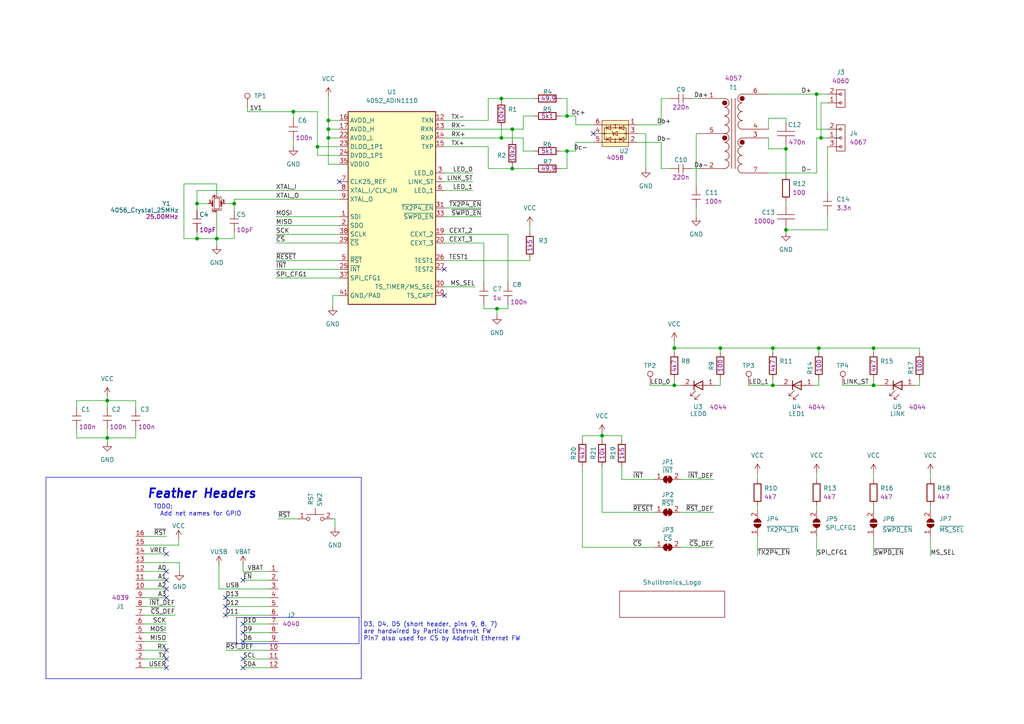
<source format=kicad_sch>
(kicad_sch (version 20230121) (generator eeschema)
  (paper "A4")
  (title_block (title "ADIN1110 FeatherWing") (date "2023-08-16") (rev "A") (company "Shulltronics"))
  (junction (at 236.855 27.305))
  (junction (at 85.09 32.385))
  (junction (at 31.115 116.205))
  (junction (at 145.415 40.005))
  (junction (at 144.145 89.535))
  (junction (at 164.465 43.815))
  (junction (at 227.965 66.675))
  (junction (at 62.865 69.215))
  (junction (at 253.365 100.965))
  (junction (at 145.415 28.575))
  (junction (at 67.945 59.055))
  (junction (at 57.15 59.055))
  (junction (at 95.25 34.925))
  (junction (at 174.625 126.365))
  (junction (at 238.125 40.005))
  (junction (at 148.59 48.895))
  (junction (at 208.915 100.965))
  (junction (at 148.59 37.465))
  (junction (at 92.075 42.545))
  (junction (at 224.155 111.76))
  (junction (at 195.58 100.965))
  (junction (at 57.15 69.215))
  (junction (at 164.465 33.655))
  (junction (at 95.25 40.005))
  (junction (at 253.365 111.76))
  (junction (at 227.965 43.18))
  (junction (at 95.25 37.465))
  (junction (at 224.155 100.965))
  (junction (at 195.58 111.76))
  (junction (at 237.49 100.965))
  (junction (at 31.115 127))
  (no_connect (at 128.905 85.725))
  (no_connect (at 48.26 170.815))
  (no_connect (at 98.425 52.705))
  (no_connect (at 65.405 178.435))
  (no_connect (at 70.485 186.055))
  (no_connect (at 172.085 38.735))
  (no_connect (at 48.26 160.655))
  (no_connect (at 70.485 191.135))
  (no_connect (at 70.485 183.515))
  (no_connect (at 48.26 168.275))
  (no_connect (at 48.26 173.355))
  (no_connect (at 48.26 165.735))
  (no_connect (at 65.405 173.355))
  (no_connect (at 48.26 193.675))
  (no_connect (at 48.26 191.135))
  (no_connect (at 70.485 168.275))
  (no_connect (at 65.405 175.895))
  (no_connect (at 48.26 188.595))
  (no_connect (at 128.905 78.105))
  (no_connect (at 70.485 193.675))
  (no_connect (at 70.485 180.975))
  (wire (pts (xy 80.01 78.105) (xy 98.425 78.105)))
  (wire (pts (xy 145.415 28.575) (xy 145.415 29.21)))
  (wire (pts (xy 191.77 41.275) (xy 191.77 48.895)))
  (wire (pts (xy 238.125 40.005) (xy 240.03 40.005)))
  (wire (pts (xy 201.93 60.325) (xy 201.93 62.865)))
  (wire (pts (xy 151.765 33.655) (xy 154.94 33.655)))
  (wire (pts (xy 71.755 31.115) (xy 71.755 32.385)))
  (wire (pts (xy 145.415 36.83) (xy 145.415 40.005)))
  (wire (pts (xy 224.155 100.965) (xy 237.49 100.965)))
  (wire (pts (xy 140.335 88.265) (xy 140.335 89.535)))
  (wire (pts (xy 39.37 127) (xy 39.37 124.46)))
  (wire (pts (xy 227.965 43.18) (xy 227.965 41.91)))
  (wire (pts (xy 52.07 163.195) (xy 52.07 165.735)))
  (wire (pts (xy 78.105 191.135) (xy 70.485 191.135)))
  (wire (pts (xy 98.425 57.785) (xy 67.945 57.785)))
  (wire (pts (xy 195.58 99.06) (xy 195.58 100.965)))
  (wire (pts (xy 41.91 175.895) (xy 50.8 175.895)))
  (wire (pts (xy 208.915 100.965) (xy 208.915 102.235)))
  (wire (pts (xy 162.56 43.815) (xy 164.465 43.815)))
  (wire (pts (xy 51.816 156.337) (xy 51.816 158.115)))
  (wire (pts (xy 184.785 36.195) (xy 191.77 36.195)))
  (wire (pts (xy 237.49 111.76) (xy 237.49 109.855)))
  (wire (pts (xy 236.855 27.305) (xy 222.885 27.305)))
  (polyline (pts (xy 13.335 138.43) (xy 104.775 138.43)))
  (wire (pts (xy 201.93 38.735) (xy 201.93 53.975)))
  (wire (pts (xy 62.865 69.215) (xy 62.865 71.12)))
  (wire (pts (xy 128.905 75.565) (xy 153.67 75.565)))
  (wire (pts (xy 48.26 180.975) (xy 41.91 180.975)))
  (wire (pts (xy 141.605 48.895) (xy 148.59 48.895)))
  (wire (pts (xy 31.115 127) (xy 22.225 127)))
  (wire (pts (xy 144.145 89.535) (xy 147.32 89.535)))
  (polyline (pts (xy 104.14 186.69) (xy 68.58 186.69)))
  (wire (pts (xy 174.625 148.59) (xy 189.865 148.59)))
  (wire (pts (xy 222.885 34.29) (xy 227.965 34.29)))
  (wire (pts (xy 222.885 40.005) (xy 222.885 43.18)))
  (wire (pts (xy 78.105 193.675) (xy 70.485 193.675)))
  (wire (pts (xy 141.605 42.545) (xy 141.605 48.895)))
  (wire (pts (xy 70.485 163.83) (xy 70.485 165.735)))
  (wire (pts (xy 253.365 155.575) (xy 253.365 161.29)))
  (wire (pts (xy 65.405 173.355) (xy 78.105 173.355)))
  (wire (pts (xy 78.105 186.055) (xy 70.485 186.055)))
  (wire (pts (xy 219.71 137.16) (xy 219.71 139.065)))
  (wire (pts (xy 144.145 89.535) (xy 144.145 91.44)))
  (wire (pts (xy 240.03 37.465) (xy 236.855 37.465)))
  (wire (pts (xy 253.365 146.685) (xy 253.365 147.955)))
  (wire (pts (xy 253.365 137.16) (xy 253.365 139.065)))
  (wire (pts (xy 96.52 85.725) (xy 98.425 85.725)))
  (wire (pts (xy 227.965 66.675) (xy 227.965 67.31)))
  (wire (pts (xy 174.625 126.365) (xy 180.34 126.365)))
  (wire (pts (xy 78.105 180.975) (xy 70.485 180.975)))
  (wire (pts (xy 240.03 42.545) (xy 240.03 55.88)))
  (wire (pts (xy 95.25 34.925) (xy 98.425 34.925)))
  (wire (pts (xy 57.15 69.215) (xy 57.15 67.31)))
  (wire (pts (xy 92.075 45.085) (xy 92.075 42.545)))
  (wire (pts (xy 85.09 32.385) (xy 92.075 32.385)))
  (wire (pts (xy 140.335 81.915) (xy 140.335 70.485)))
  (wire (pts (xy 207.645 111.76) (xy 208.915 111.76)))
  (wire (pts (xy 227.965 66.04) (xy 227.965 66.675)))
  (wire (pts (xy 31.115 116.205) (xy 22.225 116.205)))
  (polyline (pts (xy 13.335 138.43) (xy 13.335 196.85)))
  (wire (pts (xy 148.59 48.895) (xy 154.94 48.895)))
  (wire (pts (xy 219.71 146.685) (xy 219.71 147.955)))
  (wire (pts (xy 67.945 67.31) (xy 67.945 69.215)))
  (wire (pts (xy 164.465 33.655) (xy 164.465 28.575)))
  (wire (pts (xy 80.01 70.485) (xy 98.425 70.485)))
  (wire (pts (xy 41.91 160.655) (xy 48.26 160.655)))
  (wire (pts (xy 168.91 126.365) (xy 168.91 127.635)))
  (wire (pts (xy 48.26 191.135) (xy 41.91 191.135)))
  (wire (pts (xy 237.49 100.965) (xy 237.49 102.235)))
  (wire (pts (xy 31.115 128.27) (xy 31.115 127)))
  (wire (pts (xy 180.34 126.365) (xy 180.34 127.635)))
  (wire (pts (xy 96.52 150.495) (xy 97.155 150.495)))
  (wire (pts (xy 67.945 57.785) (xy 67.945 59.055)))
  (wire (pts (xy 80.01 75.565) (xy 98.425 75.565)))
  (polyline (pts (xy 104.775 196.85) (xy 13.335 196.85)))
  (wire (pts (xy 236.22 111.76) (xy 237.49 111.76)))
  (wire (pts (xy 195.58 109.855) (xy 195.58 111.76)))
  (wire (pts (xy 217.17 111.76) (xy 224.155 111.76)))
  (wire (pts (xy 95.25 47.625) (xy 95.25 40.005)))
  (wire (pts (xy 236.855 146.685) (xy 236.855 147.955)))
  (wire (pts (xy 80.01 67.945) (xy 98.425 67.945)))
  (wire (pts (xy 140.335 89.535) (xy 144.145 89.535)))
  (wire (pts (xy 65.405 188.595) (xy 78.105 188.595)))
  (wire (pts (xy 31.115 124.46) (xy 31.115 127)))
  (polyline (pts (xy 104.14 179.07) (xy 104.14 186.69)))
  (wire (pts (xy 97.155 150.495) (xy 97.155 153.035)))
  (wire (pts (xy 265.43 111.76) (xy 266.7 111.76)))
  (wire (pts (xy 48.26 155.575) (xy 41.91 155.575)))
  (wire (pts (xy 187.325 38.735) (xy 187.325 48.895)))
  (wire (pts (xy 164.465 28.575) (xy 162.56 28.575)))
  (wire (pts (xy 92.075 42.545) (xy 92.075 32.385)))
  (wire (pts (xy 224.155 109.855) (xy 224.155 111.76)))
  (wire (pts (xy 147.32 89.535) (xy 147.32 88.265)))
  (wire (pts (xy 236.855 155.575) (xy 236.855 161.29)))
  (wire (pts (xy 191.77 28.575) (xy 194.31 28.575)))
  (wire (pts (xy 200.66 28.575) (xy 202.565 28.575)))
  (wire (pts (xy 63.5 170.815) (xy 78.105 170.815)))
  (wire (pts (xy 78.105 183.515) (xy 70.485 183.515)))
  (wire (pts (xy 53.34 69.215) (xy 53.34 53.34)))
  (wire (pts (xy 266.7 111.76) (xy 266.7 109.855)))
  (wire (pts (xy 31.115 114.935) (xy 31.115 116.205)))
  (wire (pts (xy 41.91 158.115) (xy 51.816 158.115)))
  (wire (pts (xy 128.905 60.325) (xy 139.7 60.325)))
  (wire (pts (xy 41.91 178.435) (xy 50.8 178.435)))
  (wire (pts (xy 222.885 50.165) (xy 236.855 50.165)))
  (wire (pts (xy 57.15 59.055) (xy 60.325 59.055)))
  (wire (pts (xy 266.7 100.965) (xy 266.7 102.235)))
  (wire (pts (xy 167.005 36.195) (xy 172.085 36.195)))
  (wire (pts (xy 195.58 111.76) (xy 197.485 111.76)))
  (wire (pts (xy 269.875 155.575) (xy 269.875 161.29)))
  (wire (pts (xy 145.415 28.575) (xy 141.605 28.575)))
  (wire (pts (xy 70.485 165.735) (xy 78.105 165.735)))
  (wire (pts (xy 224.155 111.76) (xy 226.06 111.76)))
  (wire (pts (xy 96.52 88.9) (xy 96.52 85.725)))
  (wire (pts (xy 191.77 48.895) (xy 194.31 48.895)))
  (wire (pts (xy 128.905 42.545) (xy 141.605 42.545)))
  (wire (pts (xy 151.765 33.655) (xy 151.765 37.465)))
  (wire (pts (xy 167.005 33.655) (xy 164.465 33.655)))
  (wire (pts (xy 41.91 193.675) (xy 48.26 193.675)))
  (wire (pts (xy 253.365 111.76) (xy 255.27 111.76)))
  (wire (pts (xy 57.15 59.055) (xy 57.15 55.245)))
  (wire (pts (xy 128.905 50.165) (xy 137.16 50.165)))
  (wire (pts (xy 197.485 158.75) (xy 207.01 158.75)))
  (wire (pts (xy 128.905 37.465) (xy 148.59 37.465)))
  (wire (pts (xy 145.415 40.005) (xy 151.765 40.005)))
  (wire (pts (xy 80.01 65.405) (xy 98.425 65.405)))
  (wire (pts (xy 148.59 40.64) (xy 148.59 37.465)))
  (wire (pts (xy 236.855 27.305) (xy 240.03 27.305)))
  (wire (pts (xy 95.25 37.465) (xy 95.25 40.005)))
  (wire (pts (xy 269.875 146.685) (xy 269.875 147.955)))
  (wire (pts (xy 236.855 50.165) (xy 236.855 40.005)))
  (wire (pts (xy 85.09 40.64) (xy 85.09 42.545)))
  (wire (pts (xy 174.625 126.365) (xy 168.91 126.365)))
  (wire (pts (xy 174.625 126.365) (xy 174.625 127.635)))
  (wire (pts (xy 67.945 59.055) (xy 67.945 60.96)))
  (wire (pts (xy 65.405 59.055) (xy 67.945 59.055)))
  (wire (pts (xy 227.965 43.18) (xy 227.965 50.8)))
  (wire (pts (xy 208.915 100.965) (xy 224.155 100.965)))
  (wire (pts (xy 62.865 69.215) (xy 57.15 69.215)))
  (wire (pts (xy 153.67 65.405) (xy 153.67 67.31)))
  (wire (pts (xy 48.26 186.055) (xy 41.91 186.055)))
  (wire (pts (xy 48.26 183.515) (xy 41.91 183.515)))
  (wire (pts (xy 253.365 100.965) (xy 266.7 100.965)))
  (wire (pts (xy 180.34 135.255) (xy 180.34 139.065)))
  (wire (pts (xy 188.595 111.76) (xy 195.58 111.76)))
  (wire (pts (xy 22.225 116.205) (xy 22.225 118.11)))
  (wire (pts (xy 39.37 118.11) (xy 39.37 116.205)))
  (wire (pts (xy 224.155 102.235) (xy 224.155 100.965)))
  (wire (pts (xy 53.34 53.34) (xy 62.865 53.34)))
  (wire (pts (xy 167.005 36.195) (xy 167.005 33.655)))
  (wire (pts (xy 57.15 69.215) (xy 53.34 69.215)))
  (wire (pts (xy 41.91 163.195) (xy 52.07 163.195)))
  (wire (pts (xy 222.885 43.18) (xy 227.965 43.18)))
  (wire (pts (xy 168.91 158.75) (xy 189.865 158.75)))
  (wire (pts (xy 236.855 137.16) (xy 236.855 139.065)))
  (wire (pts (xy 140.335 70.485) (xy 128.905 70.485)))
  (wire (pts (xy 227.965 34.29) (xy 227.965 35.56)))
  (wire (pts (xy 48.26 173.355) (xy 41.91 173.355)))
  (wire (pts (xy 269.875 137.16) (xy 269.875 139.065)))
  (wire (pts (xy 128.905 67.945) (xy 147.32 67.945)))
  (wire (pts (xy 227.965 66.675) (xy 240.03 66.675)))
  (wire (pts (xy 128.905 83.185) (xy 137.795 83.185)))
  (polyline (pts (xy 68.58 179.07) (xy 68.58 186.69)))
  (wire (pts (xy 148.59 37.465) (xy 151.765 37.465)))
  (wire (pts (xy 80.01 80.645) (xy 98.425 80.645)))
  (wire (pts (xy 63.5 163.83) (xy 63.5 170.815)))
  (wire (pts (xy 22.225 127) (xy 22.225 124.46)))
  (wire (pts (xy 48.26 165.735) (xy 41.91 165.735)))
  (wire (pts (xy 92.075 42.545) (xy 98.425 42.545)))
  (wire (pts (xy 128.905 55.245) (xy 137.16 55.245)))
  (wire (pts (xy 65.405 175.895) (xy 78.105 175.895)))
  (wire (pts (xy 222.885 34.29) (xy 222.885 37.465)))
  (wire (pts (xy 48.26 170.815) (xy 41.91 170.815)))
  (wire (pts (xy 167.005 41.275) (xy 172.085 41.275)))
  (wire (pts (xy 98.425 37.465) (xy 95.25 37.465)))
  (wire (pts (xy 197.485 148.59) (xy 207.01 148.59)))
  (wire (pts (xy 95.25 34.925) (xy 95.25 27.94)))
  (wire (pts (xy 98.425 47.625) (xy 95.25 47.625)))
  (wire (pts (xy 148.59 48.26) (xy 148.59 48.895)))
  (wire (pts (xy 31.115 127) (xy 39.37 127)))
  (wire (pts (xy 151.765 40.005) (xy 151.765 43.815)))
  (wire (pts (xy 237.49 100.965) (xy 253.365 100.965)))
  (wire (pts (xy 147.32 67.945) (xy 147.32 81.915)))
  (wire (pts (xy 154.94 28.575) (xy 145.415 28.575)))
  (wire (pts (xy 236.855 27.305) (xy 236.855 37.465)))
  (wire (pts (xy 98.425 45.085) (xy 92.075 45.085)))
  (wire (pts (xy 80.645 150.495) (xy 86.36 150.495)))
  (wire (pts (xy 167.005 43.815) (xy 167.005 41.275)))
  (wire (pts (xy 200.66 48.895) (xy 202.565 48.895)))
  (wire (pts (xy 168.91 135.255) (xy 168.91 158.75)))
  (wire (pts (xy 187.325 38.735) (xy 184.785 38.735)))
  (wire (pts (xy 253.365 102.235) (xy 253.365 100.965)))
  (wire (pts (xy 128.905 52.705) (xy 137.16 52.705)))
  (wire (pts (xy 240.03 29.845) (xy 238.125 29.845)))
  (wire (pts (xy 48.26 168.275) (xy 41.91 168.275)))
  (wire (pts (xy 227.965 58.42) (xy 227.965 59.69)))
  (wire (pts (xy 253.365 109.855) (xy 253.365 111.76)))
  (wire (pts (xy 62.865 61.595) (xy 62.865 69.215)))
  (wire (pts (xy 195.58 102.235) (xy 195.58 100.965)))
  (wire (pts (xy 197.485 139.065) (xy 207.01 139.065)))
  (wire (pts (xy 162.56 33.655) (xy 164.465 33.655)))
  (wire (pts (xy 71.755 32.385) (xy 85.09 32.385)))
  (polyline (pts (xy 104.775 138.43) (xy 104.775 196.85)))
  (wire (pts (xy 62.865 53.34) (xy 62.865 56.515)))
  (wire (pts (xy 80.01 62.865) (xy 98.425 62.865)))
  (wire (pts (xy 65.405 178.435) (xy 78.105 178.435)))
  (wire (pts (xy 98.425 40.005) (xy 95.25 40.005)))
  (wire (pts (xy 57.15 60.96) (xy 57.15 59.055)))
  (wire (pts (xy 236.855 40.005) (xy 238.125 40.005)))
  (wire (pts (xy 184.785 41.275) (xy 191.77 41.275)))
  (wire (pts (xy 141.605 28.575) (xy 141.605 34.925)))
  (wire (pts (xy 219.71 155.575) (xy 219.71 161.29)))
  (wire (pts (xy 208.915 111.76) (xy 208.915 109.855)))
  (wire (pts (xy 238.125 29.845) (xy 238.125 40.005)))
  (wire (pts (xy 67.945 69.215) (xy 62.865 69.215)))
  (wire (pts (xy 174.625 135.255) (xy 174.625 148.59)))
  (wire (pts (xy 128.905 62.865) (xy 139.7 62.865)))
  (wire (pts (xy 162.56 48.895) (xy 164.465 48.895)))
  (wire (pts (xy 240.03 62.23) (xy 240.03 66.675)))
  (wire (pts (xy 128.905 40.005) (xy 145.415 40.005)))
  (wire (pts (xy 244.475 111.76) (xy 253.365 111.76)))
  (wire (pts (xy 191.77 36.195) (xy 191.77 28.575)))
  (wire (pts (xy 95.25 34.925) (xy 95.25 37.465)))
  (wire (pts (xy 31.115 116.205) (xy 31.115 118.11)))
  (wire (pts (xy 128.905 34.925) (xy 141.605 34.925)))
  (wire (pts (xy 39.37 116.205) (xy 31.115 116.205)))
  (wire (pts (xy 180.34 139.065) (xy 189.865 139.065)))
  (wire (pts (xy 154.94 43.815) (xy 151.765 43.815)))
  (wire (pts (xy 48.26 188.595) (xy 41.91 188.595)))
  (wire (pts (xy 174.625 125.73) (xy 174.625 126.365)))
  (wire (pts (xy 195.58 100.965) (xy 208.915 100.965)))
  (wire (pts (xy 164.465 43.815) (xy 164.465 48.895)))
  (polyline (pts (xy 68.58 179.07) (xy 104.14 179.07)))
  (wire (pts (xy 153.67 74.93) (xy 153.67 75.565)))
  (wire (pts (xy 85.09 32.385) (xy 85.09 34.29)))
  (wire (pts (xy 164.465 43.815) (xy 167.005 43.815)))
  (wire (pts (xy 202.565 38.735) (xy 201.93 38.735)))
  (wire (pts (xy 57.15 55.245) (xy 98.425 55.245)))
  (wire (pts (xy 78.105 168.275) (xy 70.485 168.275)))
  (text "TODO:\n  Add net names for GPIO" (at 44.45 149.86 0) (effects (font (size 1.27 1.27)) (justify left bottom)))
  (text "Feather Headers" (at 42.545 144.78 0) (effects (font (size 2.54 2.54) bold italic) (justify left bottom)))
  (text "D3, D4, D5 (short header, pins 9, 8, 7)\nare hardwired by Particle Ethernet FW\nPin7 also used for CS by Adafruit Ethernet FW" (at 105.41 186.055 0) (effects (font (size 1.27 1.27)) (justify left bottom)))
  (label "MISO" (at 80.01 65.405 0))
  (label "LINK_ST" (at 137.16 52.705 180))
  (label "LED_1" (at 137.16 55.245 180))
  (label "MS_SEL" (at 269.875 161.29 0))
  (label "TX-" (at 130.81 34.925 0))
  (label "~{INT}_DEF" (at 50.8 175.895 180))
  (label "MOSI" (at 48.26 183.515 180))
  (label "SDA" (at 70.485 193.675 0))
  (label "Db+" (at 190.5 36.195 0))
  (label "LED_0" (at 137.16 50.165 180))
  (label "SCL" (at 70.485 191.135 0))
  (label "~{SWPD_EN}" (at 253.365 161.29 0))
  (label "CEXT_3" (at 130.175 70.485 0))
  (label "~{INT}" (at 80.01 78.105 0))
  (label "1V1" (at 72.39 32.385 0))
  (label "~{INT}" (at 183.515 139.065 0))
  (label "MISO" (at 48.26 186.055 180))
  (label "VREF" (at 48.26 160.655 180))
  (label "RX" (at 48.26 188.595 180))
  (label "~{RESET}" (at 80.01 75.565 0))
  (label "~{CS}" (at 183.515 158.75 0))
  (label "~{INT}_DEF" (at 207.01 139.065 180))
  (label "D12" (at 65.405 175.895 0))
  (label "~{CS}_DEF" (at 207.01 158.75 180))
  (label "~{RST}_DEF" (at 207.01 148.59 180))
  (label "Db-" (at 190.5 41.275 0))
  (label "~{CS}" (at 80.01 70.485 0))
  (label "~{CS}_DEF" (at 50.8 178.435 180))
  (label "D6" (at 70.485 186.055 0))
  (label "TX" (at 48.26 191.135 180))
  (label "SPI_CFG1" (at 80.01 80.645 0))
  (label "Dc-" (at 166.37 43.815 0))
  (label "A2" (at 48.26 170.815 180))
  (label "USB" (at 65.405 170.815 0))
  (label "CEXT_2" (at 130.175 67.945 0))
  (label "~{TX2P4_EN}" (at 139.7 60.325 180))
  (label "~{RST}" (at 48.26 155.575 180))
  (label "LED_1" (at 217.17 111.76 0))
  (label "LED_0" (at 188.595 111.76 0))
  (label "USER" (at 48.26 193.675 180))
  (label "SPI_CFG1" (at 236.855 161.29 0))
  (label "~{RST}" (at 80.645 150.495 0))
  (label "D9" (at 70.485 183.515 0))
  (label "~{RESET}" (at 183.515 148.59 0))
  (label "D13" (at 65.405 173.355 0))
  (label "RX-" (at 130.81 37.465 0))
  (label "~{TX2P4_EN}" (at 219.71 161.29 0))
  (label "Dc+" (at 165.735 33.655 0))
  (label "A3" (at 48.26 173.355 180))
  (label "RX+" (at 130.81 40.005 0))
  (label "VBAT" (at 71.755 165.735 0))
  (label "MS_SEL" (at 137.795 83.185 180))
  (label "XTAL_I" (at 80.01 55.245 0))
  (label "A1" (at 48.26 168.275 180))
  (label "D+" (at 232.41 27.305 0))
  (label "A0" (at 48.26 165.735 180))
  (label "D11" (at 65.405 178.435 0))
  (label "D10" (at 70.485 180.975 0))
  (label "Da-" (at 201.295 48.895 0))
  (label "~{RST}_DEF" (at 65.405 188.595 0))
  (label "Da+" (at 201.295 28.575 0))
  (label "~{EN}" (at 70.485 168.275 0))
  (label "TX+" (at 130.81 42.545 0))
  (label "TEST1" (at 130.175 75.565 0))
  (label "SCK" (at 48.26 180.975 180))
  (label "XTAL_O" (at 80.01 57.785 0))
  (label "~{SWPD_EN}" (at 139.7 62.865 180))
  (label "SCK" (at 80.01 67.945 0))
  (label "MOSI" (at 80.01 62.865 0))
  (label "D-" (at 232.41 50.165 0))
  (label "LINK_ST" (at 244.475 111.76 0))
  (symbol (lib_id "Shulltronics_Passives:SolderJumper_2_Open") (at 236.855 151.765 90) (unit 1)
    (property "Reference" "JP5" (at 239.395 150.4949 90) (effects (justify right)))
    (property "Value" "SPI_CFG1" (at 239.395 153.0349 90) (effects (justify right)))
    (property "Footprint" "Jumper:SolderJumper-2_P1.3mm_Open_TrianglePad1.0x1.5mm" (effects hide))
  )
  (symbol (lib_id "Shulltronics_Sch_Symbols:VCC") (at 51.816 156.337 0) (unit 1) (in_bom no)
    (property "Reference" "#PWR03" (effects hide))
    (property "Value" "VCC" (at 51.816 152.527 0))
  )
  (symbol (lib_id "Shulltronics_Passives:SolderJumper_2_Open") (at 219.71 151.765 90) (unit 1)
    (property "Reference" "JP4" (at 222.25 150.4949 90) (effects (justify right)))
    (property "Value" "~{TX2P4_EN}" (at 222.25 153.6699 90) (effects (justify right)))
    (property "Footprint" "Jumper:SolderJumper-2_P1.3mm_Open_TrianglePad1.0x1.5mm" (effects hide))
  )
  (symbol (lib_id "Shulltronics_Passives:4063_Capacitor_100n_50V_0402") (at 201.93 56.515 90) (unit 1)
    (property "Reference" "C11" (at 204.47 55.8799 90) (effects (justify right)))
    (property "Value" "4063_Capacitor_100n_50V_0402" (effects hide))
    (property "Footprint" "Shulltronics_Generics:C_0402_HandSolder" (effects hide))
    (property "Datasheet" "https://media.digikey.com/pdf/Data%20Sheets/Samsung%20PDFs/CL05A104KA5NNNC.pdf" (effects hide))
    (property "SPN" "4063" (effects hide))
    (property "Val" "100n" (at 204.47 58.4199 90) (effects (justify right)))
  )
  (symbol (lib_id "Shulltronics_Passives:4038_Resistor_SMD_100_0.125W_1%") (at 208.915 106.045 180) (unit 1)
    (property "Reference" "R9" (at 206.375 104.775 90) (effects (justify left)))
    (property "Value" "4038_Resistor_SMD_100_0.125W_1%" (effects hide))
    (property "Footprint" "Shulltronics_Generics:RES-0402" (effects hide))
    (property "Datasheet" "https://www.te.com/commerce/DocumentDelivery/DDEController?Action=srchrtrv&DocNm=9-1773463-9&DocType=DS&DocLang=English" (effects hide))
    (property "SPN" "4038" (effects hide))
    (property "Val" "100" (at 208.915 104.14 90) (effects (justify left)))
  )
  (symbol (lib_id "Shulltronics_Sch_Symbols:GND") (at 144.145 91.44 0) (unit 1)
    (property "Reference" "#PWR011" (effects hide))
    (property "Value" "GND" (at 144.145 96.52 0))
  )
  (symbol (lib_id "Shulltronics_Sch_Symbols:GND") (at 31.115 128.27 0) (unit 1)
    (property "Reference" "#PWR02" (effects hide))
    (property "Value" "GND" (at 31.115 133.35 0))
  )
  (symbol (lib_id "Shulltronics_Sch_Symbols:VCC") (at 31.115 114.935 0) (unit 1) (in_bom no)
    (property "Reference" "#PWR01" (effects hide))
    (property "Value" "VCC" (at 31.115 109.855 0))
  )
  (symbol (lib_id "Shulltronics_Passives:4062_Capacitor_1nF_2kV_1206") (at 227.965 62.23 90) (unit 1)
    (property "Reference" "C13" (at 224.79 61.5949 90) (effects (justify left)))
    (property "Value" "4062_Capacitor_1nF_2kV_1206" (effects hide))
    (property "Footprint" "Capacitor_SMD:C_1206_3216Metric_Pad1.33x1.80mm_HandSolder" (effects hide))
    (property "Datasheet" "https://datasheets.kyocera-avx.com/HVKGM.pdf" (effects hide))
    (property "SPN" "4062" (effects hide))
    (property "Val" "1000p" (at 224.79 64.1349 90) (effects (justify left)))
  )
  (symbol (lib_id "Shulltronics_Passives:4064_Resistor_SMD_4k7_0.10W_1%") (at 195.58 106.045 0) (unit 1)
    (property "Reference" "R8" (at 197.485 104.7749 0) (effects (justify left)))
    (property "Value" "4064_Resistor_SMD_4k7_0.10W_1%" (effects hide))
    (property "Footprint" "Shulltronics_Generics:RES-0402" (effects hide))
    (property "Datasheet" "https://industrial.panasonic.com/cdbs/www-data/pdf/RDA0000/AOA0000C304.pdf" (effects hide))
    (property "SPN" "4064" (effects hide))
    (property "Val" "4k7" (at 195.58 107.95 90) (effects (justify left)))
  )
  (symbol (lib_id "Shulltronics_Opto:4044_LED_RED_SMD") (at 231.14 111.76 180) (unit 1)
    (property "Reference" "U4" (at 232.41 117.9829 0) (effects (justify left)))
    (property "Value" "LED1" (at 231.14 120.015 0))
    (property "Footprint" "Shulltronics_Generics:LED_0402" (effects hide))
    (property "Datasheet" "https://docs.broadcom.com/doc/AV02-0602EN" (effects hide))
    (property "SPN" "4044" (at 239.395 118.11 0) (effects (justify left)))
  )
  (symbol (lib_id "Shulltronics_Passives:4013_Capacitor_1u_16V_0402") (at 140.335 84.455 90) (unit 1)
    (property "Reference" "C7" (at 142.875 83.8199 90) (effects (justify right)))
    (property "Value" "4013_Capacitor_1u_16V_0402" (effects hide))
    (property "Footprint" "Shulltronics_Generics:C_0402_HandSolder" (effects hide))
    (property "Datasheet" "https://media.digikey.com/pdf/Data%20Sheets/Samsung%20PDFs/CL05A104KA5NNNC.pdf" (effects hide))
    (property "SPN" "4013" (effects hide))
    (property "Val" "1u" (at 142.875 86.3599 90) (effects (justify right)))
  )
  (symbol (lib_id "Shulltronics_Passives:4065_Resistor_SMD_1k5_0.10W_1%") (at 180.34 131.445 0) (unit 1)
    (property "Reference" "R19" (at 177.8 133.35 90) (effects (justify left)))
    (property "Value" "4065_Resistor_SMD_1k5_0.10W_1%" (effects hide))
    (property "Footprint" "Shulltronics_Generics:RES-0402" (effects hide))
    (property "Datasheet" "https://industrial.panasonic.com/cdbs/www-data/pdf/RDA0000/AOA0000C304.pdf" (effects hide))
    (property "SPN" "4065" (effects hide))
    (property "Val" "1k5" (at 180.34 133.35 90) (effects (justify left)))
  )
  (symbol (lib_id "Shulltronics_Passives:4038_Resistor_SMD_100_0.125W_1%") (at 237.49 106.045 180) (unit 1)
    (property "Reference" "R14" (at 234.95 104.775 90) (effects (justify left)))
    (property "Value" "4038_Resistor_SMD_100_0.125W_1%" (effects hide))
    (property "Footprint" "Shulltronics_Generics:RES-0402" (effects hide))
    (property "Datasheet" "https://www.te.com/commerce/DocumentDelivery/DDEController?Action=srchrtrv&DocNm=9-1773463-9&DocType=DS&DocLang=English" (effects hide))
    (property "SPN" "4038" (effects hide))
    (property "Val" "100" (at 237.49 104.14 90) (effects (justify left)))
  )
  (symbol (lib_id "Shulltronics_Passives:3089_Capacitor_100n_16V_0402") (at 39.37 120.65 90) (unit 1)
    (property "Reference" "C3" (at 40.64 118.745 90) (effects (justify right)))
    (property "Value" "3089_Capacitor_100n_16V_0402" (effects hide))
    (property "Footprint" "Shulltronics_Generics:C_0402_HandSolder" (effects hide))
    (property "Datasheet" "https://media.digikey.com/pdf/Data%20Sheets/Samsung%20PDFs/CL05A104KA5NNNC.pdf" (effects hide))
    (property "SPN" "3089" (effects hide))
    (property "Val" "100n" (at 40.005 123.825 90) (effects (justify right)))
  )
  (symbol (lib_id "Shulltronics_Passives:4064_Resistor_SMD_4k7_0.10W_1%") (at 168.91 131.445 180) (unit 1)
    (property "Reference" "R20" (at 166.37 129.54 90) (effects (justify left)))
    (property "Value" "4064_Resistor_SMD_4k7_0.10W_1%" (effects hide))
    (property "Footprint" "Shulltronics_Generics:RES-0402" (effects hide))
    (property "Datasheet" "https://industrial.panasonic.com/cdbs/www-data/pdf/RDA0000/AOA0000C304.pdf" (effects hide))
    (property "SPN" "4064" (effects hide))
    (property "Val" "4k7" (at 168.91 129.54 90) (effects (justify left)))
  )
  (symbol (lib_id "Shulltronics_ICs:4052_ADIN1110") (at 113.665 60.325 0) (unit 1)
    (property "Reference" "U1" (at 113.665 26.67 0))
    (property "Value" "4052_ADIN1110" (at 113.665 29.21 0))
    (property "Footprint" "Shulltronics_Integrated_Circuits:4052_ADIN1110_40QFN" (effects hide))
    (property "Datasheet" "https://www.analog.com/media/en/technical-documentation/data-sheets/adin1110.pdf" (effects hide))
  )
  (symbol (lib_id "Shulltronics_Passives:4066_Resistor_SMD_10k2_0.1W_1%_0603") (at 148.59 44.45 0) (unit 1)
    (property "Reference" "R2" (at 144.145 45.085 0) (effects (justify left)))
    (property "Value" "4066_Resistor_SMD_10k2_0.1W_1%_0603" (effects hide))
    (property "Footprint" "Resistor_SMD:R_0603_1608Metric_Pad0.98x0.95mm_HandSolder" (effects hide))
    (property "Datasheet" "https://www.yageo.com/upload/media/product/productsearch/datasheet/rchip/PYu-RC_Group_51_RoHS_L_12.pdf" (effects hide))
    (property "SPN" "4066" (effects hide))
    (property "Val" "10k2" (at 148.59 46.99 90) (effects (justify left)))
  )
  (symbol (lib_id "Shulltronics_Sch_Symbols:GND") (at 97.155 153.035 0) (unit 1)
    (property "Reference" "#PWR021" (effects hide))
    (property "Value" "GND" (at 97.155 158.115 0))
  )
  (symbol (lib_id "Shulltronics_Sch_Symbols:TestPoint") (at 244.475 111.76 0) (unit 1)
    (property "Reference" "TP4" (at 242.57 106.045 0) (effects (justify left)))
    (property "Value" "LINK" (effects hide))
    (property "Footprint" "Shulltronics_Generics:TestPoint_Pad_D2.0mm" (effects hide))
  )
  (symbol (lib_id "Shulltronics_Opto:4044_LED_RED_SMD") (at 260.35 111.76 180) (unit 1)
    (property "Reference" "U5" (at 261.62 117.9829 0) (effects (justify left)))
    (property "Value" "LINK" (at 260.35 120.015 0))
    (property "Footprint" "Shulltronics_Generics:LED_0402" (effects hide))
    (property "Datasheet" "https://docs.broadcom.com/doc/AV02-0602EN" (effects hide))
    (property "SPN" "4044" (at 268.605 118.11 0) (effects (justify left)))
  )
  (symbol (lib_id "Shulltronics_Sch_Symbols:VCC") (at 219.71 137.16 0) (unit 1) (in_bom no)
    (property "Reference" "#PWR016" (effects hide))
    (property "Value" "VCC" (at 219.71 132.08 0))
  )
  (symbol (lib_id "Shulltronics_Passives:4055_Capacitor_10pF_50V_0402") (at 67.945 63.5 90) (unit 1)
    (property "Reference" "C5" (at 68.58 62.23 90) (effects (justify right)))
    (property "Value" "4055_Capacitor_10pF_50V_0402" (effects hide))
    (property "Footprint" "Shulltronics_Generics:C_0402_HandSolder" (effects hide))
    (property "Datasheet" "https://media.digikey.com/pdf/Data%20Sheets/Samsung%20PDFs/CL05C100CB5NNNC_Spec.pdf" (effects hide))
    (property "SPN" "4055" (effects hide))
    (property "Val" "10pF" (at 68.58 66.675 90) (effects (justify right)))
  )
  (symbol (lib_id "Shulltronics_Sch_Symbols:GND") (at 201.93 62.865 0) (unit 1)
    (property "Reference" "#PWR015" (effects hide))
    (property "Value" "GND" (at 201.93 67.945 0))
  )
  (symbol (lib_id "Shulltronics_Sch_Symbols:VCC") (at 269.875 137.16 0) (unit 1) (in_bom no)
    (property "Reference" "#PWR020" (effects hide))
    (property "Value" "VCC" (at 269.875 132.08 0))
  )
  (symbol (lib_id "Shulltronics_ElectroMechanical:4012_PushButton_NO_SMD") (at 91.44 150.495 0) (unit 1)
    (property "Reference" "SW2" (at 92.71 142.875 90) (effects (justify right)))
    (property "Value" "RST" (at 90.17 142.875 90) (effects (justify right)))
    (property "Footprint" "Shulltronics_ElectroMechanical:4012_PushButton_NO_SMD" (effects hide))
    (property "Datasheet" "https://www.we-online.com/catalog/datasheet/434133025816.pdf" (effects hide))
    (property "SPN" "4012" (effects hide))
  )
  (symbol (lib_id "Shulltronics_Passives:4055_Capacitor_10pF_50V_0402") (at 57.15 63.5 90) (unit 1)
    (property "Reference" "C4" (at 57.785 62.23 90) (effects (justify right)))
    (property "Value" "4055_Capacitor_10pF_50V_0402" (effects hide))
    (property "Footprint" "Shulltronics_Generics:C_0402_HandSolder" (effects hide))
    (property "Datasheet" "https://media.digikey.com/pdf/Data%20Sheets/Samsung%20PDFs/CL05C100CB5NNNC_Spec.pdf" (effects hide))
    (property "SPN" "4055" (effects hide))
    (property "Val" "10pF" (at 57.785 66.675 90) (effects (justify right)))
  )
  (symbol (lib_id "Shulltronics_Passives:3089_Capacitor_100n_16V_0402") (at 147.32 84.455 90) (unit 1)
    (property "Reference" "C8" (at 148.59 82.55 90) (effects (justify right)))
    (property "Value" "3089_Capacitor_100n_16V_0402" (effects hide))
    (property "Footprint" "Shulltronics_Generics:C_0402_HandSolder" (effects hide))
    (property "Datasheet" "https://media.digikey.com/pdf/Data%20Sheets/Samsung%20PDFs/CL05A104KA5NNNC.pdf" (effects hide))
    (property "SPN" "3089" (effects hide))
    (property "Val" "100n" (at 147.955 87.63 90) (effects (justify right)))
  )
  (symbol (lib_id "Shulltronics_Sch_Symbols:VCC") (at 95.25 27.94 0) (unit 1) (in_bom no)
    (property "Reference" "#PWR09" (effects hide))
    (property "Value" "VCC" (at 95.25 22.86 0))
  )
  (symbol (lib_id "Shulltronics_Passives:4069_Capacitor_3.3n_50V_0402") (at 240.03 58.42 90) (unit 1)
    (property "Reference" "C14" (at 242.57 57.785 90) (effects (justify right)))
    (property "Value" "4069_Capacitor_3.3n_50V_0402" (effects hide))
    (property "Footprint" "Shulltronics_Generics:C_0402_HandSolder" (effects hide))
    (property "Datasheet" "https://media.digikey.com/pdf/Data%20Sheets/Samsung%20PDFs/CL05A104KA5NNNC.pdf" (effects hide))
    (property "SPN" "4069" (effects hide))
    (property "Val" "3.3n" (at 242.57 60.325 90) (effects (justify right)))
  )
  (symbol (lib_id "Shulltronics_Sch_Symbols:TestPoint") (at 217.17 111.76 0) (unit 1)
    (property "Reference" "TP3" (at 215.265 106.045 0) (effects (justify left)))
    (property "Value" "LED1" (effects hide))
    (property "Footprint" "Shulltronics_Generics:TestPoint_Pad_D2.0mm" (effects hide))
  )
  (symbol (lib_id "Shulltronics_Passives:4064_Resistor_SMD_4k7_0.10W_1%") (at 219.71 142.875 0) (unit 1)
    (property "Reference" "R10" (at 221.615 141.6049 0) (effects (justify left)))
    (property "Value" "4064_Resistor_SMD_4k7_0.10W_1%" (effects hide))
    (property "Footprint" "Shulltronics_Generics:RES-0402" (effects hide))
    (property "Datasheet" "https://industrial.panasonic.com/cdbs/www-data/pdf/RDA0000/AOA0000C304.pdf" (effects hide))
    (property "SPN" "4064" (effects hide))
    (property "Val" "4k7" (at 221.615 144.1449 0) (effects (justify left)))
  )
  (symbol (lib_id "Shulltronics_Opto:4044_LED_RED_SMD") (at 202.565 111.76 180) (unit 1)
    (property "Reference" "U3" (at 203.835 117.9829 0) (effects (justify left)))
    (property "Value" "LED0" (at 202.565 120.015 0))
    (property "Footprint" "Shulltronics_Generics:LED_0402" (effects hide))
    (property "Datasheet" "https://docs.broadcom.com/doc/AV02-0602EN" (effects hide))
    (property "SPN" "4044" (at 210.82 118.11 0) (effects (justify left)))
  )
  (symbol (lib_id "Shulltronics_Sch_Symbols:Shulltronics_Logo") (at 194.945 175.26 0) (unit 1) (in_bom no)
    (property "Reference" "L1" (effects hide))
    (property "Value" "Shulltronics_Logo" (at 194.945 168.91 0))
    (property "Footprint" "Shulltronics_Generics:Shulltronics_Logo" (effects hide))
  )
  (symbol (lib_id "Shulltronics_Sch_Symbols:VBAT") (at 70.485 163.83 0) (unit 1) (in_bom no)
    (property "Reference" "#PWR07" (effects hide))
    (property "Value" "VBAT" (at 70.485 160.02 0))
  )
  (symbol (lib_id "Shulltronics_Passives:4064_Resistor_SMD_4k7_0.10W_1%") (at 269.875 142.875 0) (unit 1)
    (property "Reference" "R18" (at 271.78 141.6049 0) (effects (justify left)))
    (property "Value" "4064_Resistor_SMD_4k7_0.10W_1%" (effects hide))
    (property "Footprint" "Shulltronics_Generics:RES-0402" (effects hide))
    (property "Datasheet" "https://industrial.panasonic.com/cdbs/www-data/pdf/RDA0000/AOA0000C304.pdf" (effects hide))
    (property "SPN" "4064" (effects hide))
    (property "Val" "4k7" (at 271.78 144.1449 0) (effects (justify left)))
  )
  (symbol (lib_id "Shulltronics_Sch_Symbols:VCC") (at 174.625 125.73 0) (unit 1) (in_bom no)
    (property "Reference" "#PWR022" (effects hide))
    (property "Value" "VCC" (at 174.625 120.65 0))
  )
  (symbol (lib_id "Shulltronics_Passives:4038_Resistor_SMD_100_0.125W_1%") (at 227.965 54.61 0) (unit 1)
    (property "Reference" "R12" (at 229.87 53.3399 0) (effects (justify left)))
    (property "Value" "4038_Resistor_SMD_100_0.125W_1%" (effects hide))
    (property "Footprint" "Shulltronics_Generics:RES-0402" (effects hide))
    (property "Datasheet" "https://www.te.com/commerce/DocumentDelivery/DDEController?Action=srchrtrv&DocNm=9-1773463-9&DocType=DS&DocLang=English" (effects hide))
    (property "SPN" "4038" (effects hide))
    (property "Val" "100" (at 229.87 55.8799 0) (effects (justify left)))
  )
  (symbol (lib_id "Shulltronics_Sch_Symbols:GND") (at 62.865 71.12 0) (unit 1)
    (property "Reference" "#PWR05" (effects hide))
    (property "Value" "GND" (at 62.865 76.2 0))
  )
  (symbol (lib_id "Shulltronics_Passives:3089_Capacitor_100n_16V_0402") (at 85.09 36.83 90) (unit 1)
    (property "Reference" "C6" (at 86.36 34.925 90) (effects (justify right)))
    (property "Value" "3089_Capacitor_100n_16V_0402" (effects hide))
    (property "Footprint" "Shulltronics_Generics:C_0402_HandSolder" (effects hide))
    (property "Datasheet" "https://media.digikey.com/pdf/Data%20Sheets/Samsung%20PDFs/CL05A104KA5NNNC.pdf" (effects hide))
    (property "SPN" "3089" (effects hide))
    (property "Val" "100n" (at 85.725 40.005 90) (effects (justify right)))
  )
  (symbol (lib_id "Shulltronics_Passives:4008_Resistor_SMD_10k_0.125W_1%") (at 174.625 131.445 0) (unit 1)
    (property "Reference" "R21" (at 172.085 133.35 90) (effects (justify left)))
    (property "Value" "4008_Resistor_SMD_10k_0.125W_1%" (effects hide))
    (property "Footprint" "Shulltronics_Generics:RES-0402" (effects hide))
    (property "Datasheet" "https://www.te.com/commerce/DocumentDelivery/DDEController?Action=srchrtrv&DocNm=9-1773463-9&DocType=DS&DocLang=English" (effects hide))
    (property "SPN" "4008" (effects hide))
    (property "Val" "10k" (at 174.625 133.35 90) (effects (justify left)))
  )
  (symbol (lib_id "Shulltronics_Connectors:4039_Header_Male_Vert_16pin_0.1in") (at 39.37 174.625 0) (mirror y) (unit 1)
    (property "Reference" "J1" (at 34.925 175.895 0))
    (property "Value" "4039_Header_Male_Vert_16pin_0.1in" (effects hide))
    (property "Footprint" "Shulltronics_Connectors:4039_Header_16pos_2.54mm" (effects hide))
    (property "Datasheet" "https://www.we-online.com/katalog/datasheet/6130xx11121.pdf" (effects hide))
    (property "SPN" "4039" (at 34.925 173.355 0))
  )
  (symbol (lib_id "Shulltronics_Sch_Symbols:VCC") (at 153.67 65.405 0) (unit 1) (in_bom no)
    (property "Reference" "#PWR012" (effects hide))
    (property "Value" "VCC" (at 153.67 60.325 0))
  )
  (symbol (lib_id "Shulltronics_Passives:4064_Resistor_SMD_4k7_0.10W_1%") (at 236.855 142.875 0) (unit 1)
    (property "Reference" "R13" (at 238.76 141.6049 0) (effects (justify left)))
    (property "Value" "4064_Resistor_SMD_4k7_0.10W_1%" (effects hide))
    (property "Footprint" "Shulltronics_Generics:RES-0402" (effects hide))
    (property "Datasheet" "https://industrial.panasonic.com/cdbs/www-data/pdf/RDA0000/AOA0000C304.pdf" (effects hide))
    (property "SPN" "4064" (effects hide))
    (property "Val" "4k7" (at 238.76 144.1449 0) (effects (justify left)))
  )
  (symbol (lib_id "Shulltronics_Passives:4056_Crystal_25MHz") (at 62.865 59.055 0) (unit 1)
    (property "Reference" "Y1" (at 48.26 59.055 0))
    (property "Value" "4056_Crystal_25MHz" (at 41.91 60.96 0))
    (property "Footprint" "Shulltronics_Passives:4004-Crystal-12MHz-4Pin_2.5x2.0mm" (effects hide))
    (property "Datasheet" "https://www.we-online.com/components/products/datasheet/830063334.pdf" (effects hide))
    (property "SPN" "4056" (effects hide))
    (property "Val" "25.00MHz" (at 46.99 62.865 0))
  )
  (symbol (lib_id "Shulltronics_Passives:4064_Resistor_SMD_4k7_0.10W_1%") (at 253.365 106.045 0) (unit 1)
    (property "Reference" "R15" (at 255.27 104.7749 0) (effects (justify left)))
    (property "Value" "4064_Resistor_SMD_4k7_0.10W_1%" (effects hide))
    (property "Footprint" "Shulltronics_Generics:RES-0402" (effects hide))
    (property "Datasheet" "https://industrial.panasonic.com/cdbs/www-data/pdf/RDA0000/AOA0000C304.pdf" (effects hide))
    (property "SPN" "4064" (effects hide))
    (property "Val" "4k7" (at 253.365 107.95 90) (effects (justify left)))
  )
  (symbol (lib_id "Shulltronics_Sch_Symbols:GND") (at 52.07 165.735 0) (unit 1)
    (property "Reference" "#PWR04" (effects hide))
    (property "Value" "GND" (at 52.07 170.18 0))
  )
  (symbol (lib_id "Shulltronics_Sch_Symbols:GND") (at 187.325 48.895 0) (unit 1)
    (property "Reference" "#PWR013" (effects hide))
    (property "Value" "GND" (at 187.325 53.975 0))
  )
  (symbol (lib_id "Shulltronics_Passives:4061_Capacitor_470nF_100V_0805") (at 227.965 38.1 90) (unit 1)
    (property "Reference" "C12" (at 232.41 36.195 90) (effects (justify left)))
    (property "Value" "4061_Capacitor_470nF_100V_0805" (effects hide))
    (property "Footprint" "Capacitor_SMD:C_0805_2012Metric_Pad1.18x1.45mm_HandSolder" (effects hide))
    (property "Datasheet" "https://media.digikey.com/pdf/Data%20Sheets/AVX%20PDFs/KAF_Series_FLEXITERM_Auto.pdf" (effects hide))
    (property "SPN" "4061" (effects hide))
    (property "Val" "470n" (at 233.68 41.275 90) (effects (justify left)))
  )
  (symbol (lib_id "Shulltronics_Sch_Symbols:GND") (at 227.965 67.31 0) (unit 1)
    (property "Reference" "#PWR017" (effects hide))
    (property "Value" "GND" (at 227.965 72.39 0))
  )
  (symbol (lib_id "Shulltronics_Passives:3089_Capacitor_100n_16V_0402") (at 31.115 120.65 90) (unit 1)
    (property "Reference" "C2" (at 32.385 118.745 90) (effects (justify right)))
    (property "Value" "3089_Capacitor_100n_16V_0402" (effects hide))
    (property "Footprint" "Shulltronics_Generics:C_0402_HandSolder" (effects hide))
    (property "Datasheet" "https://media.digikey.com/pdf/Data%20Sheets/Samsung%20PDFs/CL05A104KA5NNNC.pdf" (effects hide))
    (property "SPN" "3089" (effects hide))
    (property "Val" "100n" (at 31.75 123.825 90) (effects (justify right)))
  )
  (symbol (lib_id "Shulltronics_Sch_Symbols:VUSB") (at 63.5 163.83 0) (mirror y) (unit 1) (in_bom no)
    (property "Reference" "#PWR06" (effects hide))
    (property "Value" "VUSB" (at 63.5 160.02 0))
  )
  (symbol (lib_id "Shulltronics_Passives:4065_Resistor_SMD_1k5_0.10W_1%") (at 153.67 71.12 0) (unit 1)
    (property "Reference" "R3" (at 156.21 69.8499 0) (effects (justify left)))
    (property "Value" "4065_Resistor_SMD_1k5_0.10W_1%" (effects hide))
    (property "Footprint" "Shulltronics_Generics:RES-0402" (effects hide))
    (property "Datasheet" "https://industrial.panasonic.com/cdbs/www-data/pdf/RDA0000/AOA0000C304.pdf" (effects hide))
    (property "SPN" "4065" (effects hide))
    (property "Val" "1k5" (at 153.67 73.025 90) (effects (justify left)))
  )
  (symbol (lib_id "Shulltronics_Passives:4064_Resistor_SMD_4k7_0.10W_1%") (at 224.155 106.045 0) (unit 1)
    (property "Reference" "R11" (at 226.06 104.7749 0) (effects (justify left)))
    (property "Value" "4064_Resistor_SMD_4k7_0.10W_1%" (effects hide))
    (property "Footprint" "Shulltronics_Generics:RES-0402" (effects hide))
    (property "Datasheet" "https://industrial.panasonic.com/cdbs/www-data/pdf/RDA0000/AOA0000C304.pdf" (effects hide))
    (property "SPN" "4064" (effects hide))
    (property "Val" "4k7" (at 224.155 107.95 90) (effects (justify left)))
  )
  (symbol (lib_id "Shulltronics_Sch_Symbols:GND") (at 85.09 42.545 0) (unit 1)
    (property "Reference" "#PWR08" (effects hide))
    (property "Value" "GND" (at 85.09 47.625 0))
  )
  (symbol (lib_id "Shulltronics_Passives:4057_Super_Tiny_Signal_Transformer") (at 212.725 38.735 0) (unit 1)
    (property "Reference" "T1" (at 212.725 25.4 0))
    (property "Value" "4057_Super_Tiny_Signal_Transformer" (effects hide))
    (property "Footprint" "Shulltronics_Passives:4057_Super_Tiny_Signal_Transformer" (effects hide))
    (property "Datasheet" "https://www.we-online.com/components/products/datasheet/74930000.pdf" (effects hide))
    (property "SPN" "4057" (at 212.725 22.733 0))
  )
  (symbol (lib_id "Shulltronics_Passives:4009_Resistor_SMD_5k1_0.10W_1%") (at 158.75 33.655 90) (unit 1)
    (property "Reference" "R5" (at 158.75 31.75 90))
    (property "Value" "4009_Resistor_SMD_5k1_0.10W_1%" (effects hide))
    (property "Footprint" "Shulltronics_Generics:RES-0402" (effects hide))
    (property "Datasheet" "https://industrial.panasonic.com/cdbs/www-data/pdf/RDA0000/AOA0000C304.pdf" (effects hide))
    (property "SPN" "4009" (effects hide))
    (property "Val" "5k1" (at 158.75 33.655 90))
  )
  (symbol (lib_id "Shulltronics_Passives:SolderJumper_2_Open") (at 269.875 151.765 90) (unit 1)
    (property "Reference" "JP7" (at 272.415 150.4949 90) (effects (justify right)))
    (property "Value" "~{MS_SEL}" (at 272.415 153.6699 90) (effects (justify right)))
    (property "Footprint" "Jumper:SolderJumper-2_P1.3mm_Open_TrianglePad1.0x1.5mm" (effects hide))
  )
  (symbol (lib_id "Shulltronics_Passives:4066_Resistor_SMD_10k2_0.1W_1%_0603") (at 145.415 33.02 0) (unit 1)
    (property "Reference" "R1" (at 147.32 31.75 0) (effects (justify left)))
    (property "Value" "4066_Resistor_SMD_10k2_0.1W_1%_0603" (effects hide))
    (property "Footprint" "Resistor_SMD:R_0603_1608Metric_Pad0.98x0.95mm_HandSolder" (effects hide))
    (property "Datasheet" "https://www.yageo.com/upload/media/product/productsearch/datasheet/rchip/PYu-RC_Group_51_RoHS_L_12.pdf" (effects hide))
    (property "SPN" "4066" (effects hide))
    (property "Val" "10k2" (at 145.415 35.56 90) (effects (justify left)))
  )
  (symbol (lib_id "Shulltronics_Sch_Symbols:TestPoint") (at 188.595 111.76 0) (unit 1)
    (property "Reference" "TP2" (at 186.69 106.045 0) (effects (justify left)))
    (property "Value" "LED0" (effects hide))
    (property "Footprint" "Shulltronics_Generics:TestPoint_Pad_D2.0mm" (effects hide))
  )
  (symbol (lib_id "Shulltronics_Connectors:4060_TerminalBlock_NoScrew") (at 240.03 28.575 0) (mirror x) (unit 1)
    (property "Reference" "J3" (at 243.84 20.955 0))
    (property "Value" "4060_TerminalBlock_NoScrew" (effects hide))
    (property "Footprint" "TerminalBlock:TerminalBlock_bornier-2_P5.08mm" (effects hide))
    (property "Datasheet" "https://www.we-online.com/components/products/datasheet/6914115100xx.pdf" (effects hide))
    (property "SPN" "4060" (at 243.84 23.495 0))
  )
  (symbol (lib_id "Shulltronics_Sch_Symbols:VCC") (at 236.855 137.16 0) (unit 1) (in_bom no)
    (property "Reference" "#PWR018" (effects hide))
    (property "Value" "VCC" (at 236.855 132.08 0))
  )
  (symbol (lib_id "Shulltronics_Passives:SolderJumper_2_Bridged") (at 193.675 139.065 0) (unit 1)
    (property "Reference" "JP1" (at 193.675 133.985 0))
    (property "Value" "~{INT}" (at 193.675 136.525 0))
    (property "Footprint" "Jumper:SolderJumper-2_P1.3mm_Bridged_Pad1.0x1.5mm" (effects hide))
  )
  (symbol (lib_id "Shulltronics_Passives:SolderJumper_2_Bridged") (at 193.675 148.59 0) (unit 1)
    (property "Reference" "JP2" (at 193.675 143.51 0))
    (property "Value" "~{RST}" (at 193.675 146.05 0))
    (property "Footprint" "Jumper:SolderJumper-2_P1.3mm_Bridged_Pad1.0x1.5mm" (effects hide))
  )
  (symbol (lib_id "Shulltronics_Sch_Symbols:GND") (at 96.52 88.9 0) (unit 1)
    (property "Reference" "#PWR010" (effects hide))
    (property "Value" "GND" (at 96.52 93.98 0))
  )
  (symbol (lib_id "Shulltronics_Passives:4038_Resistor_SMD_100_0.125W_1%") (at 266.7 106.045 180) (unit 1)
    (property "Reference" "R17" (at 264.16 104.775 90) (effects (justify left)))
    (property "Value" "4038_Resistor_SMD_100_0.125W_1%" (effects hide))
    (property "Footprint" "Shulltronics_Generics:RES-0402" (effects hide))
    (property "Datasheet" "https://www.te.com/commerce/DocumentDelivery/DDEController?Action=srchrtrv&DocNm=9-1773463-9&DocType=DS&DocLang=English" (effects hide))
    (property "SPN" "4038" (effects hide))
    (property "Val" "100" (at 266.7 104.14 90) (effects (justify left)))
  )
  (symbol (lib_id "Shulltronics_Passives:SolderJumper_2_Open") (at 253.365 151.765 90) (unit 1)
    (property "Reference" "JP6" (at 255.905 150.4949 90) (effects (justify right)))
    (property "Value" "~{SWPD_EN}" (at 255.905 153.6699 90) (effects (justify right)))
    (property "Footprint" "Jumper:SolderJumper-2_P1.3mm_Open_TrianglePad1.0x1.5mm" (effects hide))
  )
  (symbol (lib_id "Shulltronics_Connectors:4040_Header_Male_Vert_12pin_0.1in") (at 80.645 179.705 0) (mirror x) (unit 1)
    (property "Reference" "J2" (at 84.455 178.435 0))
    (property "Value" "4040_Header_Male_Vert_12pin_0.1in" (effects hide))
    (property "Footprint" "Shulltronics_Connectors:4040_Header_12pos_2.54mm" (effects hide))
    (property "Datasheet" "https://www.we-online.com/katalog/datasheet/6130xx11121.pdf" (effects hide))
    (property "SPN" "4040" (at 84.455 180.975 0))
  )
  (symbol (lib_id "Shulltronics_Sch_Symbols:TestPoint") (at 71.755 31.115 0) (unit 1)
    (property "Reference" "TP1" (at 73.66 27.813 0) (effects (justify left)))
    (property "Value" "1V1" (effects hide))
    (property "Footprint" "Shulltronics_Generics:TestPoint_Pad_D2.0mm" (effects hide))
  )
  (symbol (lib_id "Shulltronics_Connectors:4067_SPE_IP20_Right_Angle") (at 242.57 40.005 0) (unit 1)
    (property "Reference" "J4" (at 246.38 38.735 0) (effects (justify left)))
    (property "Value" "~" (at 242.57 40.005 0))
    (property "Footprint" "Shulltronics_Connectors:4067_SPE_IP20" (effects hide))
    (property "Datasheet" "https://cdn.amphenol-cs.com/media/wysiwyg/files/drawing/p-mspe-j2l0-b00.pdf" (effects hide))
    (property "SPN" "4067" (at 246.38 41.275 0) (effects (justify left)))
  )
  (symbol (lib_id "Shulltronics_Passives:4053_Resistor_SMD_49.9_0.125W_1%") (at 158.75 48.895 270) (unit 1)
    (property "Reference" "R7" (at 157.48 46.99 90) (effects (justify left)))
    (property "Value" "4053_Resistor_SMD_49.9_0.125W_1%" (effects hide))
    (property "Footprint" "Shulltronics_Generics:RES-0402" (effects hide))
    (property "Datasheet" "https://www.yageo.com/upload/media/product/productsearch/datasheet/rchip/PYu-RC_Group_51_RoHS_L_12.pdf" (effects hide))
    (property "SPN" "4053" (effects hide))
    (property "Val" "49.9" (at 156.845 48.895 90) (effects (justify left)))
  )
  (symbol (lib_id "Shulltronics_Semiconductors:4058_TVS_2CH_Super_Speed") (at 178.435 38.735 90) (mirror x) (unit 1)
    (property "Reference" "U2" (at 180.975 43.815 90))
    (property "Value" "4058_TVS_2CH_Super_Speed" (effects hide))
    (property "Footprint" "Shulltronics_Integrated_Circuits:4058_TVS_2CH_Super_Speed" (effects hide))
    (property "Datasheet" "https://www.we-online.com/components/products/datasheet/824012823.pdf" (effects hide))
    (property "SPN" "4058" (at 178.435 45.72 90))
  )
  (symbol (lib_id "Shulltronics_Passives:3089_Capacitor_100n_16V_0402") (at 22.225 120.65 90) (unit 1)
    (property "Reference" "C1" (at 23.495 118.745 90) (effects (justify right)))
    (property "Value" "3089_Capacitor_100n_16V_0402" (effects hide))
    (property "Footprint" "Shulltronics_Generics:C_0402_HandSolder" (effects hide))
    (property "Datasheet" "https://media.digikey.com/pdf/Data%20Sheets/Samsung%20PDFs/CL05A104KA5NNNC.pdf" (effects hide))
    (property "SPN" "3089" (effects hide))
    (property "Val" "100n" (at 22.86 123.825 90) (effects (justify right)))
  )
  (symbol (lib_id "Shulltronics_Passives:SolderJumper_2_Bridged") (at 193.675 158.75 0) (unit 1)
    (property "Reference" "JP3" (at 193.675 153.67 0))
    (property "Value" "~{CS}" (at 193.675 156.21 0))
    (property "Footprint" "Jumper:SolderJumper-2_P1.3mm_Bridged_Pad1.0x1.5mm" (effects hide))
  )
  (symbol (lib_id "Shulltronics_Sch_Symbols:VCC") (at 195.58 99.06 0) (unit 1) (in_bom no)
    (property "Reference" "#PWR014" (effects hide))
    (property "Value" "VCC" (at 195.58 93.98 0))
  )
  (symbol (lib_id "Shulltronics_Passives:4053_Resistor_SMD_49.9_0.125W_1%") (at 158.75 28.575 270) (unit 1)
    (property "Reference" "R4" (at 157.48 26.67 90) (effects (justify left)))
    (property "Value" "4053_Resistor_SMD_49.9_0.125W_1%" (effects hide))
    (property "Footprint" "Shulltronics_Generics:RES-0402" (effects hide))
    (property "Datasheet" "https://www.yageo.com/upload/media/product/productsearch/datasheet/rchip/PYu-RC_Group_51_RoHS_L_12.pdf" (effects hide))
    (property "SPN" "4053" (effects hide))
    (property "Val" "49.9" (at 156.845 28.575 90) (effects (justify left)))
  )
  (symbol (lib_id "Shulltronics_Passives:4059_Cap_220nF_50V_0603") (at 198.12 28.575 0) (unit 1)
    (property "Reference" "C9" (at 197.485 26.035 0))
    (property "Value" "4059_Cap_220nF_50V_0603" (effects hide))
    (property "Footprint" "Resistor_SMD:R_0603_1608Metric_Pad0.98x0.95mm_HandSolder" (effects hide))
    (property "Datasheet" "https://media.digikey.com/pdf/Data%20Sheets/Samsung%20PDFs/CL05A104KA5NNNC.pdf" (effects hide))
    (property "SPN" "4059" (effects hide))
    (property "Val" "220n" (at 197.485 31.115 0))
  )
  (symbol (lib_id "Shulltronics_Passives:4009_Resistor_SMD_5k1_0.10W_1%") (at 158.75 43.815 90) (unit 1)
    (property "Reference" "R6" (at 158.75 41.91 90))
    (property "Value" "4009_Resistor_SMD_5k1_0.10W_1%" (effects hide))
    (property "Footprint" "Shulltronics_Generics:RES-0402" (effects hide))
    (property "Datasheet" "https://industrial.panasonic.com/cdbs/www-data/pdf/RDA0000/AOA0000C304.pdf" (effects hide))
    (property "SPN" "4009" (effects hide))
    (property "Val" "5k1" (at 158.75 43.815 90))
  )
  (symbol (lib_id "Shulltronics_Passives:4059_Cap_220nF_50V_0603") (at 198.12 48.895 0) (unit 1)
    (property "Reference" "C10" (at 197.485 46.355 0))
    (property "Value" "4059_Cap_220nF_50V_0603" (effects hide))
    (property "Footprint" "Resistor_SMD:R_0603_1608Metric_Pad0.98x0.95mm_HandSolder" (effects hide))
    (property "Datasheet" "https://media.digikey.com/pdf/Data%20Sheets/Samsung%20PDFs/CL05A104KA5NNNC.pdf" (effects hide))
    (property "SPN" "4059" (effects hide))
    (property "Val" "220n" (at 197.485 51.435 0))
  )
  (symbol (lib_id "Shulltronics_Sch_Symbols:VCC") (at 253.365 137.16 0) (unit 1) (in_bom no)
    (property "Reference" "#PWR019" (effects hide))
    (property "Value" "VCC" (at 253.365 132.08 0))
  )
  (symbol (lib_id "Shulltronics_Passives:4064_Resistor_SMD_4k7_0.10W_1%") (at 253.365 142.875 0) (unit 1)
    (property "Reference" "R16" (at 255.27 141.6049 0) (effects (justify left)))
    (property "Value" "4064_Resistor_SMD_4k7_0.10W_1%" (effects hide))
    (property "Footprint" "Shulltronics_Generics:RES-0402" (effects hide))
    (property "Datasheet" "https://industrial.panasonic.com/cdbs/www-data/pdf/RDA0000/AOA0000C304.pdf" (effects hide))
    (property "SPN" "4064" (effects hide))
    (property "Val" "4k7" (at 255.27 144.1449 0) (effects (justify left)))
  )
)
</source>
